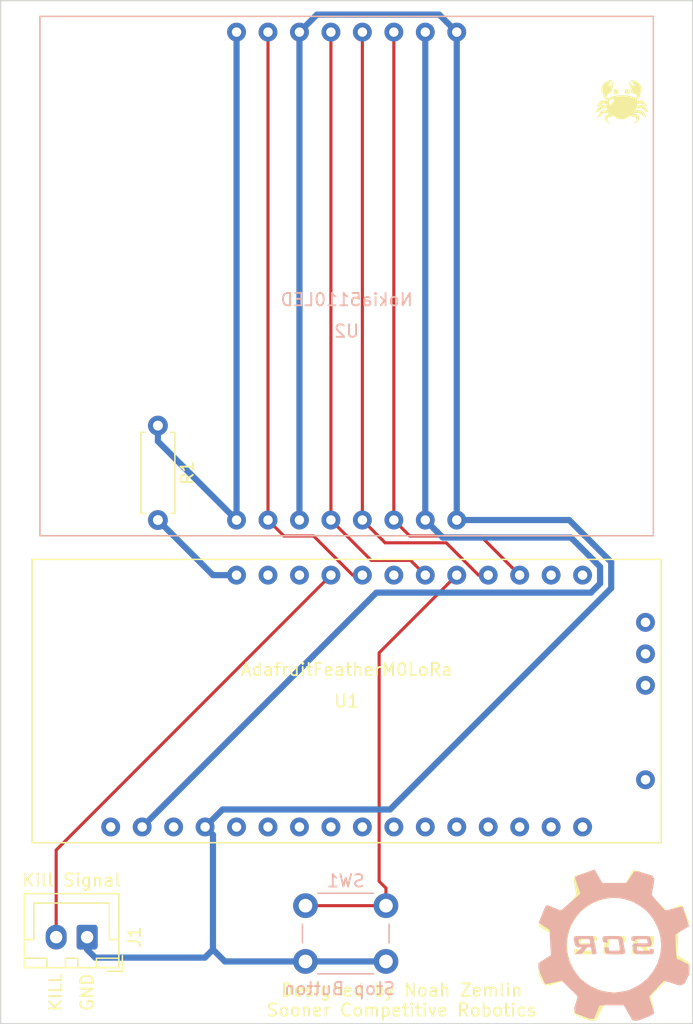
<source format=kicad_pcb>
(kicad_pcb (version 20171130) (host pcbnew "(5.1.5)-3")
  (layers (0 F.Cu signal) (31 B.Cu signal) (34 B.Paste user) (35 F.Paste user) (36 B.SilkS user) (37 F.SilkS user) (38 B.Mask user) (39 F.Mask user) (44 Edge.Cuts user))
  (net 0 "")
  (net 1 GND)
  (net 2 SIG_KILL)
  (net 3 DSPL_RST)
  (net 4 DSPL_DC)
  (net 5 DSPL_DIN)
  (net 6 DSPL_SCLK)
  (net 7 "Net-(U1-Pad32)")
  (net 8 "Net-(U1-Pad30)")
  (net 9 "Net-(U1-Pad27)")
  (net 10 "Net-(U1-Pad26)")
  (net 11 "Net-(U1-Pad25)")
  (net 12 "Net-(U1-Pad24)")
  (net 13 "Net-(U1-Pad23)")
  (net 14 "Net-(U1-Pad22)")
  (net 15 "Net-(U1-Pad20)")
  (net 16 "Net-(U1-Pad19)")
  (net 17 "Net-(U1-Pad18)")
  (net 18 "Net-(U1-Pad17)")
  (net 19 "Net-(U1-Pad21)")
  (net 20 "Net-(U1-Pad15)")
  (net 21 "Net-(U1-Pad14)")
  (net 22 "Net-(U1-Pad11)")
  (net 23 "Net-(U1-Pad6)")
  (net 24 "Net-(U1-Pad5)")
  (net 25 "Net-(U1-Pad4)")
  (net 26 "Net-(U1-Pad3)")
  (net 27 "Net-(U1-Pad2)")
  (net 28 "Net-(U1-Pad1)")
  (net 29 +5V)
  (net 30 SIG_STOP)
  (net 31 "Net-(R1-Pad1)")
  (net 32 +3V3)
  (module SCR_KiCAD_Lib:AdafruitNokia5110 (layer B.Cu) (at 149.86 63.5 180)
    (fp_text reference U2 (at 0 -2.54) (layer B.SilkS) (effects (justify mirror)))
    (fp_text value Nokia5110LED (at 0 0) (layer B.SilkS) (effects (justify mirror)))
    (pad 3 thru_hole circle (at -3.81 21.59 180) (size 1.524 1.524) (drill 0.762) (layers *.Cu *.Mask) (net 6 DSPL_SCLK))
    (pad 5 thru_hole circle (at 1.27 21.59 180) (size 1.524 1.524) (drill 0.762) (layers *.Cu *.Mask) (net 4 DSPL_DC))
    (pad 7 thru_hole circle (at 6.35 21.59 180) (size 1.524 1.524) (drill 0.762) (layers *.Cu *.Mask) (net 3 DSPL_RST))
    (pad 8 thru_hole circle (at 8.89 21.59 180) (size 1.524 1.524) (drill 0.762) (layers *.Cu *.Mask) (net 31 "Net-(R1-Pad1)"))
    (pad 6 thru_hole circle (at 3.81 21.59 180) (size 1.524 1.524) (drill 0.762) (layers *.Cu *.Mask) (net 1 GND))
    (pad 1 thru_hole circle (at -8.89 21.59 180) (size 1.524 1.524) (drill 0.762) (layers *.Cu *.Mask) (net 1 GND))
    (pad 4 thru_hole circle (at -1.27 21.59 180) (size 1.524 1.524) (drill 0.762) (layers *.Cu *.Mask) (net 5 DSPL_DIN))
    (pad 2 thru_hole circle (at -6.35 21.59 180) (size 1.524 1.524) (drill 0.762) (layers *.Cu *.Mask) (net 32 +3V3))
    (pad 7 thru_hole circle (at 6.35 -17.78 180) (size 1.524 1.524) (drill 0.762) (layers *.Cu *.Mask) (net 3 DSPL_RST))
    (pad 8 thru_hole circle (at 8.89 -17.78 180) (size 1.524 1.524) (drill 0.762) (layers *.Cu *.Mask) (net 31 "Net-(R1-Pad1)"))
    (pad 6 thru_hole circle (at 3.81 -17.78 180) (size 1.524 1.524) (drill 0.762) (layers *.Cu *.Mask) (net 1 GND))
    (pad 1 thru_hole circle (at -8.89 -17.78 180) (size 1.524 1.524) (drill 0.762) (layers *.Cu *.Mask) (net 1 GND))
    (pad 3 thru_hole circle (at -3.81 -17.78 180) (size 1.524 1.524) (drill 0.762) (layers *.Cu *.Mask) (net 6 DSPL_SCLK))
    (pad 4 thru_hole circle (at -1.27 -17.78 180) (size 1.524 1.524) (drill 0.762) (layers *.Cu *.Mask) (net 5 DSPL_DIN))
    (pad 2 thru_hole circle (at -6.35 -17.78 180) (size 1.524 1.524) (drill 0.762) (layers *.Cu *.Mask) (net 32 +3V3))
    (pad 5 thru_hole circle (at 1.27 -17.78 180) (size 1.524 1.524) (drill 0.762) (layers *.Cu *.Mask) (net 4 DSPL_DC))
    (pad "" np_thru_hole circle (at -22.225 20.32 180) (size 3.4 3.4) (drill 3.4) (layers *.Cu *.Mask))
    (pad "" np_thru_hole circle (at 22.225 20.32 180) (size 3.4 3.4) (drill 3.4) (layers *.Cu *.Mask))
    (pad "" np_thru_hole circle (at 22.225 -16.51 180) (size 3.4 3.4) (drill 3.4) (layers *.Cu *.Mask))
    (pad "" np_thru_hole circle (at -22.225 -16.51 180) (size 3.4 3.4) (drill 3.4) (layers *.Cu *.Mask))
  )
  (module Resistor_THT:R_Axial_DIN0207_L6.3mm_D2.5mm_P7.62mm_Horizontal (layer F.Cu) (at 134.62 73.66 270)
    (fp_text reference R1 (at 3.81 -2.37 90) (layer F.SilkS))
    (fp_text value 560)
    (pad 2 thru_hole oval (at 7.62 0 270) (size 1.6 1.6) (drill 0.8) (layers *.Cu *.Mask) (net 29 +5V))
    (pad 1 thru_hole circle (at 0 0 270) (size 1.6 1.6) (drill 0.8) (layers *.Cu *.Mask) (net 31 "Net-(R1-Pad1)"))
  )
  (module SCR_KiCAD_Lib:crab-image (layer F.Cu) (at 172.085 47.625)
    (fp_text reference G*** hide)
    (fp_text value LOGO hide)
  )
  (module SCR_KiCAD_Lib:scr-logo (layer B.Cu) (at 171.45 115.57 180)
    (fp_text reference G*** hide)
    (fp_text value LOGO hide)
  )
  (module SCR_KiCAD_Lib:scr-logo (layer F.Cu) (at 171.45 115.57)
    (fp_text reference G*** hide)
    (fp_text value LOGO hide)
  )
  (module Button_Switch_THT:SW_PUSH_6mm_H5mm (layer B.Cu) (at 153.035 112.395 180)
    (fp_text reference SW1 (at 3.25 2) (layer B.SilkS) (effects (justify mirror)))
    (fp_text value "Stop Button" (at 3.75 -6.7) (layer B.SilkS) (effects (justify mirror)))
    (pad 1 thru_hole circle (at 6.5 0 90) (size 2 2) (drill 1.1) (layers *.Cu *.Mask) (net 30 SIG_STOP))
    (pad 2 thru_hole circle (at 6.5 -4.5 90) (size 2 2) (drill 1.1) (layers *.Cu *.Mask) (net 1 GND))
    (pad 1 thru_hole circle (at 0 0 90) (size 2 2) (drill 1.1) (layers *.Cu *.Mask) (net 30 SIG_STOP))
    (pad 2 thru_hole circle (at 0 -4.5 90) (size 2 2) (drill 1.1) (layers *.Cu *.Mask) (net 1 GND))
  )
  (module Connector_JST:JST_XH_B2B-XH-A_1x02_P2.50mm_Vertical (layer F.Cu) (at 128.905 114.935 180)
    (fp_text reference J1 (at -3.81 0 270) (layer F.SilkS))
    (fp_text value "Kill Signal" (at 1.25 4.6) (layer F.SilkS))
    (pad 2 thru_hole oval (at 2.5 0 180) (size 1.7 2) (drill 1) (layers *.Cu *.Mask) (net 2 SIG_KILL))
    (pad 1 thru_hole roundrect (at 0 0 180) (size 1.7 2) (drill 1) (layers *.Cu *.Mask) (roundrect_rratio 0.147059) (net 1 GND))
  )
  (module SCR_KiCAD_Lib:AdafruitFeatherM0LoRa (layer F.Cu) (at 124.46 107.315)
    (fp_text reference U1 (at 25.4 -11.43 180) (layer F.SilkS))
    (fp_text value AdafruitFeatherM0LoRa (at 25.4 -13.97) (layer F.SilkS))
    (pad 32 thru_hole circle (at 6.35 -1.27) (size 1.524 1.524) (drill 0.762) (layers *.Cu *.Mask) (net 7 "Net-(U1-Pad32)"))
    (pad 31 thru_hole circle (at 8.89 -1.27) (size 1.524 1.524) (drill 0.762) (layers *.Cu *.Mask) (net 32 +3V3))
    (pad 30 thru_hole circle (at 11.43 -1.27) (size 1.524 1.524) (drill 0.762) (layers *.Cu *.Mask) (net 8 "Net-(U1-Pad30)"))
    (pad 29 thru_hole circle (at 13.97 -1.27) (size 1.524 1.524) (drill 0.762) (layers *.Cu *.Mask) (net 1 GND))
    (pad 28 thru_hole circle (at 16.51 -1.27) (size 1.524 1.524) (drill 0.762) (layers *.Cu *.Mask))
    (pad 27 thru_hole circle (at 19.05 -1.27) (size 1.524 1.524) (drill 0.762) (layers *.Cu *.Mask) (net 9 "Net-(U1-Pad27)"))
    (pad 26 thru_hole circle (at 21.59 -1.27) (size 1.524 1.524) (drill 0.762) (layers *.Cu *.Mask) (net 10 "Net-(U1-Pad26)"))
    (pad 25 thru_hole circle (at 24.13 -1.27) (size 1.524 1.524) (drill 0.762) (layers *.Cu *.Mask) (net 11 "Net-(U1-Pad25)"))
    (pad 24 thru_hole circle (at 26.67 -1.27) (size 1.524 1.524) (drill 0.762) (layers *.Cu *.Mask) (net 12 "Net-(U1-Pad24)"))
    (pad 23 thru_hole circle (at 29.21 -1.27) (size 1.524 1.524) (drill 0.762) (layers *.Cu *.Mask) (net 13 "Net-(U1-Pad23)"))
    (pad 22 thru_hole circle (at 31.75 -1.27) (size 1.524 1.524) (drill 0.762) (layers *.Cu *.Mask) (net 14 "Net-(U1-Pad22)"))
    (pad 20 thru_hole circle (at 36.83 -1.27) (size 1.524 1.524) (drill 0.762) (layers *.Cu *.Mask) (net 15 "Net-(U1-Pad20)"))
    (pad 19 thru_hole circle (at 39.37 -1.27) (size 1.524 1.524) (drill 0.762) (layers *.Cu *.Mask) (net 16 "Net-(U1-Pad19)"))
    (pad 18 thru_hole circle (at 41.91 -1.27) (size 1.524 1.524) (drill 0.762) (layers *.Cu *.Mask) (net 17 "Net-(U1-Pad18)"))
    (pad 17 thru_hole circle (at 44.45 -1.27) (size 1.524 1.524) (drill 0.762) (layers *.Cu *.Mask) (net 18 "Net-(U1-Pad17)"))
    (pad 21 thru_hole circle (at 34.29 -1.27) (size 1.524 1.524) (drill 0.762) (layers *.Cu *.Mask) (net 19 "Net-(U1-Pad21)"))
    (pad 16 thru_hole circle (at 16.51 -21.59) (size 1.524 1.524) (drill 0.762) (layers *.Cu *.Mask) (net 29 +5V))
    (pad 15 thru_hole circle (at 19.05 -21.59) (size 1.524 1.524) (drill 0.762) (layers *.Cu *.Mask) (net 20 "Net-(U1-Pad15)"))
    (pad 14 thru_hole circle (at 21.59 -21.59) (size 1.524 1.524) (drill 0.762) (layers *.Cu *.Mask) (net 21 "Net-(U1-Pad14)"))
    (pad 13 thru_hole circle (at 24.13 -21.59) (size 1.524 1.524) (drill 0.762) (layers *.Cu *.Mask) (net 2 SIG_KILL))
    (pad 12 thru_hole circle (at 26.67 -21.59) (size 1.524 1.524) (drill 0.762) (layers *.Cu *.Mask) (net 3 DSPL_RST))
    (pad 11 thru_hole circle (at 29.21 -21.59) (size 1.524 1.524) (drill 0.762) (layers *.Cu *.Mask) (net 22 "Net-(U1-Pad11)"))
    (pad 10 thru_hole circle (at 31.75 -21.59) (size 1.524 1.524) (drill 0.762) (layers *.Cu *.Mask) (net 4 DSPL_DC))
    (pad 9 thru_hole circle (at 34.29 -21.59) (size 1.524 1.524) (drill 0.762) (layers *.Cu *.Mask) (net 30 SIG_STOP))
    (pad 8 thru_hole circle (at 36.83 -21.59) (size 1.524 1.524) (drill 0.762) (layers *.Cu *.Mask) (net 5 DSPL_DIN))
    (pad 7 thru_hole circle (at 39.37 -21.59) (size 1.524 1.524) (drill 0.762) (layers *.Cu *.Mask) (net 6 DSPL_SCLK))
    (pad 6 thru_hole circle (at 41.91 -21.59) (size 1.524 1.524) (drill 0.762) (layers *.Cu *.Mask) (net 23 "Net-(U1-Pad6)"))
    (pad 5 thru_hole circle (at 44.45 -21.59) (size 1.524 1.524) (drill 0.762) (layers *.Cu *.Mask) (net 24 "Net-(U1-Pad5)"))
    (pad 4 thru_hole circle (at 49.53 -5.08) (size 1.524 1.524) (drill 0.762) (layers *.Cu *.Mask) (net 25 "Net-(U1-Pad4)"))
    (pad 3 thru_hole circle (at 49.53 -12.7) (size 1.524 1.524) (drill 0.762) (layers *.Cu *.Mask) (net 26 "Net-(U1-Pad3)"))
    (pad 2 thru_hole circle (at 49.53 -15.24) (size 1.524 1.524) (drill 0.762) (layers *.Cu *.Mask) (net 27 "Net-(U1-Pad2)"))
    (pad 1 thru_hole circle (at 49.53 -17.78) (size 1.524 1.524) (drill 0.762) (layers *.Cu *.Mask) (net 28 "Net-(U1-Pad1)"))
  )
  (gr_text "Designed by Noah Zemlin\nSooner Competitive Robotics" (at 154.305 120.015) (layer F.SilkS) (effects (font (size 1 1))))
  (gr_text KILL (at 126.365 119.38 90) (layer F.SilkS) (effects (font (size 1 1))))
  (gr_text GND (at 128.905 119.38 90) (layer F.SilkS) (effects (font (size 1 1))))
  (gr_line (start 121.92 121.92) (end 121.92 120.65) (layer Edge.Cuts) (width 0.1))
  (gr_line (start 177.8 121.92) (end 121.92 121.92) (layer Edge.Cuts) (width 0.1))
  (gr_line (start 177.8 120.65) (end 177.8 121.92) (layer Edge.Cuts) (width 0.1))
  (gr_line (start 177.8 39.37) (end 177.8 120.65) (layer Edge.Cuts) (width 0.1))
  (gr_line (start 121.92 39.37) (end 177.8 39.37) (layer Edge.Cuts) (width 0.1))
  (gr_line (start 121.92 120.65) (end 121.92 39.37) (layer Edge.Cuts) (width 0.1))
  (segment (start 157.337999 40.497999) (end 147.462001 40.497999) (width 0.5) (layer B.Cu) (net 1))
  (segment (start 146.05 41.91) (end 146.05 81.28) (width 0.5) (layer B.Cu) (net 1))
  (segment (start 147.462001 40.497999) (end 146.05 41.91) (width 0.5) (layer B.Cu) (net 1))
  (segment (start 158.75 81.28) (end 158.75 41.91) (width 0.5) (layer B.Cu) (net 1))
  (segment (start 158.75 41.91) (end 157.337999 40.497999) (width 0.5) (layer B.Cu) (net 1))
  (segment (start 139.065 114.935) (end 139.065 115.935) (width 0.5) (layer B.Cu) (net 1))
  (segment (start 138.41499 116.58501) (end 129.55501 116.58501) (width 0.5) (layer B.Cu) (net 1))
  (segment (start 139.065 115.935) (end 140.025 116.895) (width 0.5) (layer B.Cu) (net 1))
  (segment (start 140.025 116.895) (end 146.535 116.895) (width 0.5) (layer B.Cu) (net 1))
  (segment (start 128.905 115.935) (end 128.905 114.935) (width 0.5) (layer B.Cu) (net 1))
  (segment (start 139.065 115.935) (end 138.41499 116.58501) (width 0.5) (layer B.Cu) (net 1))
  (segment (start 129.55501 116.58501) (end 128.905 115.935) (width 0.5) (layer B.Cu) (net 1))
  (segment (start 153.035 116.895) (end 146.535 116.895) (width 0.5) (layer B.Cu) (net 1))
  (segment (start 139.065 106.68) (end 138.43 106.045) (width 0.5) (layer B.Cu) (net 1))
  (segment (start 139.065 114.935) (end 139.065 106.68) (width 0.5) (layer B.Cu) (net 1))
  (segment (start 139.842001 104.632999) (end 138.43 106.045) (width 0.5) (layer B.Cu) (net 1))
  (segment (start 153.364569 104.632999) (end 139.842001 104.632999) (width 0.5) (layer B.Cu) (net 1))
  (segment (start 171.22201 86.775558) (end 153.364569 104.632999) (width 0.5) (layer B.Cu) (net 1))
  (segment (start 171.222011 84.674443) (end 171.22201 86.775558) (width 0.5) (layer B.Cu) (net 1))
  (segment (start 167.827568 81.28) (end 171.222011 84.674443) (width 0.5) (layer B.Cu) (net 1))
  (segment (start 158.75 81.28) (end 167.827568 81.28) (width 0.5) (layer B.Cu) (net 1))
  (segment (start 126.405 107.91) (end 126.405 114.935) (width 0.25) (layer F.Cu) (net 2))
  (segment (start 148.59 85.725) (end 126.405 107.91) (width 0.25) (layer F.Cu) (net 2))
  (segment (start 143.51 41.91) (end 143.51 81.28) (width 0.25) (layer F.Cu) (net 3))
  (segment (start 144.797001 82.567001) (end 143.51 81.28) (width 0.25) (layer F.Cu) (net 3))
  (segment (start 147.188763 82.567001) (end 144.797001 82.567001) (width 0.25) (layer F.Cu) (net 3))
  (segment (start 150.346762 85.725) (end 147.188763 82.567001) (width 0.25) (layer F.Cu) (net 3))
  (segment (start 151.13 85.725) (end 150.346762 85.725) (width 0.25) (layer F.Cu) (net 3))
  (segment (start 148.59 41.91) (end 148.59 81.28) (width 0.25) (layer F.Cu) (net 4))
  (segment (start 151.847999 84.537999) (end 148.59 81.28) (width 0.25) (layer F.Cu) (net 4))
  (segment (start 155.022999 84.537999) (end 151.847999 84.537999) (width 0.25) (layer F.Cu) (net 4))
  (segment (start 156.21 85.725) (end 155.022999 84.537999) (width 0.25) (layer F.Cu) (net 4))
  (segment (start 151.13 81.28) (end 151.13 41.91) (width 0.25) (layer F.Cu) (net 5))
  (segment (start 152.967011 83.117011) (end 151.13 81.28) (width 0.25) (layer F.Cu) (net 5))
  (segment (start 160.506762 85.725) (end 157.898773 83.117011) (width 0.25) (layer F.Cu) (net 5))
  (segment (start 157.898773 83.117011) (end 152.967011 83.117011) (width 0.25) (layer F.Cu) (net 5))
  (segment (start 161.29 85.725) (end 160.506762 85.725) (width 0.25) (layer F.Cu) (net 5))
  (segment (start 153.67 41.91) (end 153.67 81.28) (width 0.25) (layer F.Cu) (net 6))
  (segment (start 160.672001 82.567001) (end 163.83 85.725) (width 0.25) (layer F.Cu) (net 6))
  (segment (start 154.957001 82.567001) (end 160.672001 82.567001) (width 0.25) (layer F.Cu) (net 6))
  (segment (start 153.67 81.28) (end 154.957001 82.567001) (width 0.25) (layer F.Cu) (net 6))
  (segment (start 139.065 85.725) (end 134.62 81.28) (width 0.5) (layer B.Cu) (net 29))
  (segment (start 140.97 85.725) (end 139.065 85.725) (width 0.5) (layer B.Cu) (net 29))
  (segment (start 153.035 112.395) (end 146.535 112.395) (width 0.25) (layer F.Cu) (net 30))
  (segment (start 153.035 110.980787) (end 153.035 112.395) (width 0.25) (layer F.Cu) (net 30))
  (segment (start 152.482999 110.428786) (end 153.035 110.980787) (width 0.25) (layer F.Cu) (net 30))
  (segment (start 152.482999 91.992001) (end 152.482999 110.428786) (width 0.25) (layer F.Cu) (net 30))
  (segment (start 158.75 85.725) (end 152.482999 91.992001) (width 0.25) (layer F.Cu) (net 30))
  (segment (start 140.97 81.28) (end 140.97 41.91) (width 0.5) (layer B.Cu) (net 31))
  (segment (start 134.62 74.93) (end 140.97 81.28) (width 0.5) (layer B.Cu) (net 31))
  (segment (start 134.62 73.66) (end 134.62 74.93) (width 0.5) (layer B.Cu) (net 31))
  (segment (start 156.21 41.91) (end 156.21 81.28) (width 0.5) (layer B.Cu) (net 32))
  (segment (start 157.622001 82.692001) (end 156.21 81.28) (width 0.5) (layer B.Cu) (net 32))
  (segment (start 167.966763 82.692001) (end 157.622001 82.692001) (width 0.5) (layer B.Cu) (net 32))
  (segment (start 170.322001 85.047239) (end 167.966763 82.692001) (width 0.5) (layer B.Cu) (net 32))
  (segment (start 170.322001 86.402761) (end 170.322001 85.047239) (width 0.5) (layer B.Cu) (net 32))
  (segment (start 169.587761 87.137001) (end 170.322001 86.402761) (width 0.5) (layer B.Cu) (net 32))
  (segment (start 152.257999 87.137001) (end 169.587761 87.137001) (width 0.5) (layer B.Cu) (net 32))
  (segment (start 133.35 106.045) (end 152.257999 87.137001) (width 0.5) (layer B.Cu) (net 32))
)
</source>
